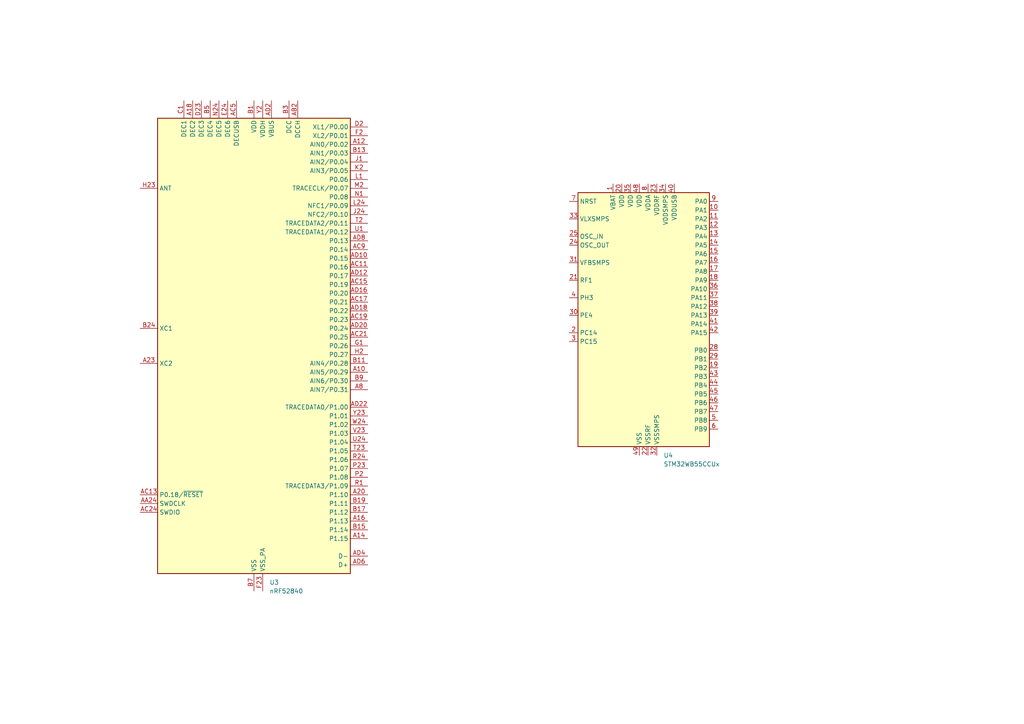
<source format=kicad_sch>
(kicad_sch (version 20230121) (generator eeschema)
  (paper "A4")
  (lib_symbols
    (symbol "MCU_Nordic:nRF52840"
      (property "Reference" "U" (at 0 5.08 0))
      (property "Value" "nRF52840" (at 0 2.54 0))
      (symbol "nRF52840_0_1"
        (rectangle (start -27.94 66.04) (end 27.94 -66.04) (stroke (width 0.254)) (fill (type background)))
      )
      (symbol "nRF52840_1_1"
        (pin bidirectional line (at 33.02 -7.62 180) (length 5.08) (name "AIN5/P0.29") (number "A10"))
        (pin bidirectional line (at 33.02 58.42 180) (length 5.08) (name "AIN0/P0.02") (number "A12"))
        (pin bidirectional line (at 33.02 -55.88 180) (length 5.08) (name "P1.15") (number "A14"))
        (pin bidirectional line (at 33.02 -50.8 180) (length 5.08) (name "P1.13") (number "A16"))
        (pin passive line (at -17.78 71.12 270) (length 5.08) (name "DEC2") (number "A18"))
        (pin bidirectional line (at 33.02 -43.18 180) (length 5.08) (name "P1.10") (number "A20"))
        (pin passive line (at 0 71.12 270) (length 5.08) hide (name "VDD") (number "A22"))
        (pin input line (at -33.02 -5.08 0) (length 5.08) (name "XC2") (number "A23"))
        (pin bidirectional line (at 33.02 -12.7 180) (length 5.08) (name "AIN7/P0.31") (number "A8"))
        (pin input line (at -33.02 -45.72 0) (length 5.08) (name "SWDCLK") (number "AA24"))
        (pin power_out line (at 12.7 71.12 270) (length 5.08) (name "DCCH") (number "AB2"))
        (pin bidirectional line (at 33.02 22.86 180) (length 5.08) (name "P0.16") (number "AC11"))
        (pin bidirectional line (at -33.02 -43.18 0) (length 5.08) (name "P0.18/~{RESET}") (number "AC13"))
        (pin bidirectional line (at 33.02 17.78 180) (length 5.08) (name "P0.19") (number "AC15"))
        (pin bidirectional line (at 33.02 12.7 180) (length 5.08) (name "P0.21") (number "AC17"))
        (pin bidirectional line (at 33.02 7.62 180) (length 5.08) (name "P0.23") (number "AC19"))
        (pin bidirectional line (at 33.02 2.54 180) (length 5.08) (name "P0.25") (number "AC21"))
        (pin bidirectional line (at -33.02 -48.26 0) (length 5.08) (name "SWDIO") (number "AC24"))
        (pin passive line (at -5.08 71.12 270) (length 5.08) (name "DECUSB") (number "AC5"))
        (pin bidirectional line (at 33.02 27.94 180) (length 5.08) (name "P0.14") (number "AC9"))
        (pin bidirectional line (at 33.02 25.4 180) (length 5.08) (name "P0.15") (number "AD10"))
        (pin bidirectional line (at 33.02 20.32 180) (length 5.08) (name "P0.17") (number "AD12"))
        (pin passive line (at 0 71.12 270) (length 5.08) hide (name "VDD") (number "AD14"))
        (pin bidirectional line (at 33.02 15.24 180) (length 5.08) (name "P0.20") (number "AD16"))
        (pin bidirectional line (at 33.02 10.16 180) (length 5.08) (name "P0.22") (number "AD18"))
        (pin power_in line (at 5.08 71.12 270) (length 5.08) (name "VBUS") (number "AD2"))
        (pin bidirectional line (at 33.02 5.08 180) (length 5.08) (name "P0.24") (number "AD20"))
        (pin bidirectional line (at 33.02 -17.78 180) (length 5.08) (name "TRACEDATA0/P1.00") (number "AD22"))
        (pin passive line (at 0 71.12 270) (length 5.08) hide (name "VDD") (number "AD23"))
        (pin bidirectional line (at 33.02 -60.96 180) (length 5.08) (name "D-") (number "AD4"))
        (pin bidirectional line (at 33.02 -63.5 180) (length 5.08) (name "D+") (number "AD6"))
        (pin bidirectional line (at 33.02 30.48 180) (length 5.08) (name "P0.13") (number "AD8"))
        (pin power_in line (at 0 71.12 270) (length 5.08) (name "VDD") (number "B1"))
        (pin bidirectional line (at 33.02 -5.08 180) (length 5.08) (name "AIN4/P0.28") (number "B11"))
        (pin bidirectional line (at 33.02 55.88 180) (length 5.08) (name "AIN1/P0.03") (number "B13"))
        (pin bidirectional line (at 33.02 -53.34 180) (length 5.08) (name "P1.14") (number "B15"))
        (pin bidirectional line (at 33.02 -48.26 180) (length 5.08) (name "P1.12") (number "B17"))
        (pin bidirectional line (at 33.02 -45.72 180) (length 5.08) (name "P1.11") (number "B19"))
        (pin input line (at -33.02 5.08 0) (length 5.08) (name "XC1") (number "B24"))
        (pin power_out line (at 10.16 71.12 270) (length 5.08) (name "DCC") (number "B3"))
        (pin passive line (at -12.7 71.12 270) (length 5.08) (name "DEC4") (number "B5"))
        (pin power_in line (at 0 -71.12 90) (length 5.08) (name "VSS") (number "B7"))
        (pin bidirectional line (at 33.02 -10.16 180) (length 5.08) (name "AIN6/P0.30") (number "B9"))
        (pin passive line (at -20.32 71.12 270) (length 5.08) (name "DEC1") (number "C1"))
        (pin bidirectional line (at 33.02 63.5 180) (length 5.08) (name "XL1/P0.00") (number "D2"))
        (pin passive line (at -15.24 71.12 270) (length 5.08) (name "DEC3") (number "D23"))
        (pin passive line (at -7.62 71.12 270) (length 5.08) (name "DEC6") (number "E24"))
        (pin passive line (at 0 -71.12 90) (length 5.08) hide (name "VSS") (number "EP"))
        (pin bidirectional line (at 33.02 60.96 180) (length 5.08) (name "XL2/P0.01") (number "F2"))
        (pin power_in line (at 2.54 -71.12 90) (length 5.08) (name "VSS_PA") (number "F23"))
        (pin bidirectional line (at 33.02 0 180) (length 5.08) (name "P0.26") (number "G1"))
        (pin bidirectional line (at 33.02 -2.54 180) (length 5.08) (name "P0.27") (number "H2"))
        (pin passive line (at -33.02 45.72 0) (length 5.08) (name "ANT") (number "H23"))
        (pin bidirectional line (at 33.02 53.34 180) (length 5.08) (name "AIN2/P0.04") (number "J1"))
        (pin bidirectional line (at 33.02 38.1 180) (length 5.08) (name "NFC2/P0.10") (number "J24"))
        (pin bidirectional line (at 33.02 50.8 180) (length 5.08) (name "AIN3/P0.05") (number "K2"))
        (pin bidirectional line (at 33.02 48.26 180) (length 5.08) (name "P0.06") (number "L1"))
        (pin bidirectional line (at 33.02 40.64 180) (length 5.08) (name "NFC1/P0.09") (number "L24"))
        (pin bidirectional line (at 33.02 45.72 180) (length 5.08) (name "TRACECLK/P0.07") (number "M2"))
        (pin bidirectional line (at 33.02 43.18 180) (length 5.08) (name "P0.08") (number "N1"))
        (pin passive line (at -10.16 71.12 270) (length 5.08) (name "DEC5") (number "N24"))
        (pin bidirectional line (at 33.02 -38.1 180) (length 5.08) (name "P1.08") (number "P2"))
        (pin bidirectional line (at 33.02 -35.56 180) (length 5.08) (name "P1.07") (number "P23"))
        (pin bidirectional line (at 33.02 -40.64 180) (length 5.08) (name "TRACEDATA3/P1.09") (number "R1"))
        (pin bidirectional line (at 33.02 -33.02 180) (length 5.08) (name "P1.06") (number "R24"))
        (pin bidirectional line (at 33.02 35.56 180) (length 5.08) (name "TRACEDATA2/P0.11") (number "T2"))
        (pin bidirectional line (at 33.02 -30.48 180) (length 5.08) (name "P1.05") (number "T23"))
        (pin bidirectional line (at 33.02 33.02 180) (length 5.08) (name "TRACEDATA1/P0.12") (number "U1"))
        (pin bidirectional line (at 33.02 -27.94 180) (length 5.08) (name "P1.04") (number "U24"))
        (pin bidirectional line (at 33.02 -25.4 180) (length 5.08) (name "P1.03") (number "V23"))
        (pin passive line (at 0 71.12 270) (length 5.08) hide (name "VDD") (number "W1"))
        (pin bidirectional line (at 33.02 -22.86 180) (length 5.08) (name "P1.02") (number "W24"))
        (pin power_in line (at 2.54 71.12 270) (length 5.08) (name "VDDH") (number "Y2"))
        (pin bidirectional line (at 33.02 -20.32 180) (length 5.08) (name "P1.01") (number "Y23"))
      )
    )
    (symbol "MCU_ST_STM32WB:STM32WB55CCUx"
      (property "Reference" "U" (at -17.78 39.37 0))
      (property "Value" "STM32WB55CCUx" (at 12.7 39.37 0))
      (symbol "STM32WB55CCUx_0_1"
        (rectangle (start -17.78 -35.56) (end 20.32 38.1) (stroke (width 0.254)) (fill (type background)))
      )
      (symbol "STM32WB55CCUx_1_1"
        (pin power_in line (at -7.62 40.64 270) (length 2.54) (name "VBAT") (number "1"))
        (pin bidirectional line (at 22.86 33.02 180) (length 2.54) (name "PA1") (number "10"))
        (pin bidirectional line (at 22.86 30.48 180) (length 2.54) (name "PA2") (number "11"))
        (pin bidirectional line (at 22.86 27.94 180) (length 2.54) (name "PA3") (number "12"))
        (pin bidirectional line (at 22.86 25.4 180) (length 2.54) (name "PA4") (number "13"))
        (pin bidirectional line (at 22.86 22.86 180) (length 2.54) (name "PA5") (number "14"))
        (pin bidirectional line (at 22.86 20.32 180) (length 2.54) (name "PA6") (number "15"))
        (pin bidirectional line (at 22.86 17.78 180) (length 2.54) (name "PA7") (number "16"))
        (pin bidirectional line (at 22.86 15.24 180) (length 2.54) (name "PA8") (number "17"))
        (pin bidirectional line (at 22.86 12.7 180) (length 2.54) (name "PA9") (number "18"))
        (pin bidirectional line (at 22.86 -12.7 180) (length 2.54) (name "PB2") (number "19"))
        (pin bidirectional line (at -20.32 -2.54 0) (length 2.54) (name "PC14") (number "2"))
        (pin power_in line (at -5.08 40.64 270) (length 2.54) (name "VDD") (number "20"))
        (pin bidirectional line (at -20.32 12.7 0) (length 2.54) (name "RF1") (number "21"))
        (pin power_in line (at 2.54 -38.1 90) (length 2.54) (name "VSSRF") (number "22"))
        (pin power_in line (at 5.08 40.64 270) (length 2.54) (name "VDDRF") (number "23"))
        (pin input line (at -20.32 22.86 0) (length 2.54) (name "OSC_OUT") (number "24"))
        (pin input line (at -20.32 25.4 0) (length 2.54) (name "OSC_IN") (number "25"))
        (pin no_connect line (at -17.78 -35.56 0) (length 2.54) hide (name "AT0") (number "26"))
        (pin no_connect line (at -17.78 -33.02 0) (length 2.54) hide (name "AT1") (number "27"))
        (pin bidirectional line (at 22.86 -7.62 180) (length 2.54) (name "PB0") (number "28"))
        (pin bidirectional line (at 22.86 -10.16 180) (length 2.54) (name "PB1") (number "29"))
        (pin bidirectional line (at -20.32 -5.08 0) (length 2.54) (name "PC15") (number "3"))
        (pin bidirectional line (at -20.32 2.54 0) (length 2.54) (name "PE4") (number "30"))
        (pin input line (at -20.32 17.78 0) (length 2.54) (name "VFBSMPS") (number "31"))
        (pin power_in line (at 5.08 -38.1 90) (length 2.54) (name "VSSSMPS") (number "32"))
        (pin power_in line (at -20.32 30.48 0) (length 2.54) (name "VLXSMPS") (number "33"))
        (pin power_in line (at 7.62 40.64 270) (length 2.54) (name "VDDSMPS") (number "34"))
        (pin power_in line (at -2.54 40.64 270) (length 2.54) (name "VDD") (number "35"))
        (pin bidirectional line (at 22.86 10.16 180) (length 2.54) (name "PA10") (number "36"))
        (pin bidirectional line (at 22.86 7.62 180) (length 2.54) (name "PA11") (number "37"))
        (pin bidirectional line (at 22.86 5.08 180) (length 2.54) (name "PA12") (number "38"))
        (pin bidirectional line (at 22.86 2.54 180) (length 2.54) (name "PA13") (number "39"))
        (pin bidirectional line (at -20.32 7.62 0) (length 2.54) (name "PH3") (number "4"))
        (pin power_in line (at 10.16 40.64 270) (length 2.54) (name "VDDUSB") (number "40"))
        (pin bidirectional line (at 22.86 0 180) (length 2.54) (name "PA14") (number "41"))
        (pin bidirectional line (at 22.86 -2.54 180) (length 2.54) (name "PA15") (number "42"))
        (pin bidirectional line (at 22.86 -15.24 180) (length 2.54) (name "PB3") (number "43"))
        (pin bidirectional line (at 22.86 -17.78 180) (length 2.54) (name "PB4") (number "44"))
        (pin bidirectional line (at 22.86 -20.32 180) (length 2.54) (name "PB5") (number "45"))
        (pin bidirectional line (at 22.86 -22.86 180) (length 2.54) (name "PB6") (number "46"))
        (pin bidirectional line (at 22.86 -25.4 180) (length 2.54) (name "PB7") (number "47"))
        (pin power_in line (at 0 40.64 270) (length 2.54) (name "VDD") (number "48"))
        (pin power_in line (at 0 -38.1 90) (length 2.54) (name "VSS") (number "49"))
        (pin bidirectional line (at 22.86 -27.94 180) (length 2.54) (name "PB8") (number "5"))
        (pin bidirectional line (at 22.86 -30.48 180) (length 2.54) (name "PB9") (number "6"))
        (pin input line (at -20.32 35.56 0) (length 2.54) (name "NRST") (number "7"))
        (pin power_in line (at 2.54 40.64 270) (length 2.54) (name "VDDA") (number "8"))
        (pin bidirectional line (at 22.86 35.56 180) (length 2.54) (name "PA0") (number "9"))
      )
    )
  )
  (symbol (lib_id "MCU_ST_STM32WB:STM32WB55CCUx") (at 185.42 93.98 0) (unit 1)
    (property "Reference" "U4" (at 192.4559 132.08 0) (effects (justify left)))
    (property "Value" "STM32WB55CCUx" (at 192.4559 134.62 0) (effects (justify left)))
    (property "Footprint" "Package_DFN_QFN:QFN-48-1EP_7x7mm_P0.5mm_EP5.6x5.6mm" (effects hide))
    (property "Datasheet" "https://www.st.com/resource/en/datasheet/stm32wb55cc.pdf" (effects hide))
  )
  (symbol (lib_id "MCU_Nordic:nRF52840") (at 73.66 100.33 0) (unit 1)
    (property "Reference" "U3" (at 78.1559 168.91 0) (effects (justify left)))
    (property "Value" "nRF52840" (at 78.1559 171.45 0) (effects (justify left)))
    (property "Footprint" "Package_DFN_QFN:Nordic_AQFN-73-1EP_7x7mm_P0.5mm" (effects hide))
    (property "Datasheet" "http://infocenter.nordicsemi.com/topic/com.nordic.infocenter.nrf52/dita/nrf52/chips/nrf52840.html" (effects hide))
    (property "lcsc" "C190794" (effects hide))
  )
)
</source>
